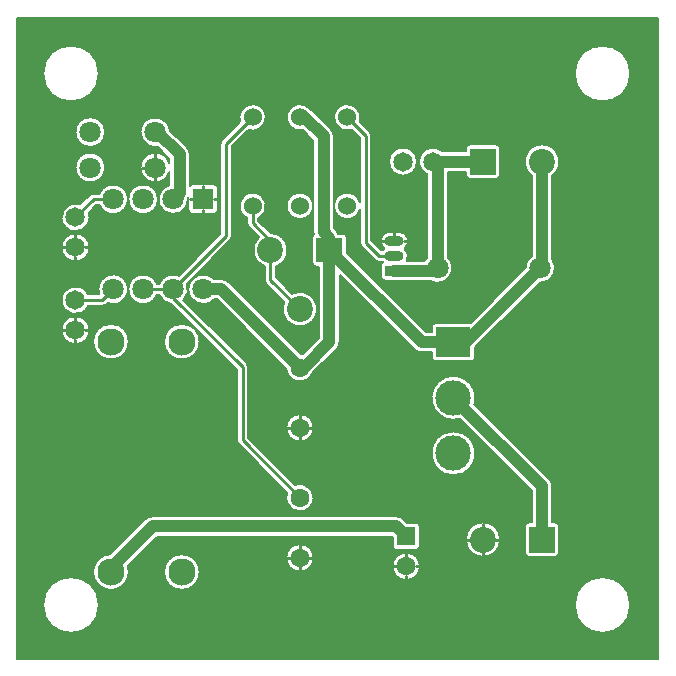
<source format=gtl>
G04 Layer: TopLayer*
G04 EasyEDA Pro v2.2.35.2, 2025-01-10 12:29:17*
G04 Gerber Generator version 0.3*
G04 Scale: 100 percent, Rotated: No, Reflected: No*
G04 Dimensions in millimeters*
G04 Leading zeros omitted, absolute positions, 4 integers and 5 decimals*
%FSLAX45Y45*%
%MOMM*%
%ADD10C,0.2032*%
%ADD11C,0.254*%
%ADD12C,1.0*%
%ADD13C,1.6*%
%ADD14C,1.65001*%
%ADD15C,1.8*%
%ADD16R,1.6018X1.6*%
%ADD17R,1.6X1.6*%
%ADD18C,1.651*%
%ADD19O,1.6X0.9*%
%ADD20R,1.6X0.9*%
%ADD21C,2.3*%
%ADD22R,2.99999X2.49999*%
%ADD23C,2.99999*%
%ADD24R,1.8X1.8*%
%ADD25R,2.2X2.2*%
%ADD26C,2.2*%
%ADD27R,2.2X2.2*%
%ADD28R,2.2X2.1*%
%ADD29C,1.524*%
G75*


G04 Copper Start*
G36*
G01X5464186Y5464186D02*
G01X5464186Y35814D01*
G01X35814Y35814D01*
G01X35814Y5464186D01*
G01X5464186Y5464186D01*
G37*
%LPC*%
G36*
G01X726314Y4990500D02*
G03X254686Y4990500I-235814J0D01*
G03X726314Y4990500I235814J0D01*
G37*
G36*
G01X726314Y490500D02*
G03X254686Y490500I-235814J0D01*
G03X726314Y490500I235814J0D01*
G37*
G36*
G01X444939Y3687839D02*
G03X639209Y3813500I83661J83661D01*
G01X702695Y3876986D01*
G01X731516Y3876986D01*
G03X973414Y3925500I116084J48514D01*
G03X731516Y3974014I-125814J0D01*
G01X682600Y3974014D01*
G03X648295Y3959804I0J-48514D01*
G01X570600Y3882109D01*
G03X444939Y3687839I-42000J-110609D01*
G37*
G36*
G01X755600Y3022986D02*
G03X789905Y3037196I0J48514D01*
G01X799821Y3047111D01*
G03X938178Y3250820I47779J116388D01*
G03X729540Y3120014I-90578J-87320D01*
G01X636511Y3120014D01*
G03X410285Y3071500I-107911J-48514D01*
G03X636511Y3022986I118314J0D01*
G01X755600Y3022986D01*
G37*
G36*
G01X528600Y3399185D02*
G03X528600Y3635814I0J118314D01*
G03X528600Y3399185I0J-118314D01*
G37*
G36*
G01X528600Y2699186D02*
G03X528600Y2935815I0J118314D01*
G03X528600Y2699186I0J-118314D01*
G37*
G36*
G01X527786Y4494500D02*
G03X779413Y4494500I125814J0D01*
G03X527786Y4494500I-125814J0D01*
G37*
G36*
G01X527786Y4194500D02*
G03X779413Y4194500I125814J0D01*
G03X527786Y4194500I-125814J0D01*
G37*
G36*
G01X828600Y2568691D02*
G03X828600Y2870318I0J150814D01*
G03X828600Y2568691I0J-150814D01*
G37*
G36*
G01X3212786Y1065954D02*
G01X3212786Y991500D01*
G03X3248600Y955686I35814J0D01*
G01X3408600Y955686D01*
G03X3444414Y991500I0J35814D01*
G01X3444414Y1151500D01*
G03X3408600Y1187314I-35814J0D01*
G01X3334145Y1187314D01*
G01X3305080Y1216380D01*
G03X3244400Y1241514I-60680J-60680D01*
G01X1181100Y1241514D01*
G03X1120420Y1216380I0J-85814D01*
G01X824288Y920248D01*
G03X744672Y644192I4312J-150752D01*
G03X969647Y822887I83928J125303D01*
G01X1216645Y1069886D01*
G01X3208855Y1069886D01*
G01X3212786Y1065954D01*
G37*
G36*
G01X1227414Y3925500D02*
G03X975786Y3925500I-125814J0D01*
G03X1227414Y3925500I125814J0D01*
G37*
G36*
G01X1894586Y1884000D02*
G03X1908795Y1849695I48514J0D01*
G01X2319934Y1438557D01*
G03X2510493Y1316607I108666J-40057D01*
G03X2388543Y1507166I-81893J81893D01*
G01X1991614Y1904095D01*
G01X1991614Y2501900D01*
G03X1977405Y2536205I-48514J0D01*
G01X1441776Y3071833D01*
G03X1478561Y3136859I-86176J91667D01*
G03X1471988Y3211279I-122961J26641D01*
G01X1837705Y3576995D01*
G03X1851914Y3611300I-34305J34305D01*
G01X1851914Y4374211D01*
G01X1991513Y4513809D01*
G03X2107806Y4698711I37087J105696D01*
G03X1922904Y4582419I-79206J-79206D01*
G01X1769095Y4428610D01*
G03X1754886Y4394306I34305J-34305D01*
G01X1754886Y3631395D01*
G01X1403379Y3279888D01*
G03X1239516Y3212014I-47779J-116388D01*
G01X1217684Y3212014D01*
G03X975786Y3163500I-116084J-48514D01*
G03X1217684Y3114986I125814J0D01*
G01X1239516Y3114986D01*
G03X1337378Y3039013I116084J48514D01*
G01X1894586Y2481805D01*
G01X1894586Y1884000D01*
G37*
G36*
G01X1281340Y3823939D02*
G03X1481235Y3932200I74260J101561D01*
G03X1483786Y3936295I-71535J47400D01*
G01X1483786Y3835500D01*
G03X1519600Y3799686I35814J0D01*
G01X1699600Y3799686D01*
G03X1735414Y3835500I0J35814D01*
G01X1735414Y4015500D01*
G03X1699600Y4051314I-35814J0D01*
G01X1519600Y4051314D01*
G03X1495514Y4042004I0J-35814D01*
G01X1495514Y4305300D01*
G03X1470380Y4365980I-85814J0D01*
G01X1328727Y4507632D01*
G03X1103759Y4571055I-125127J-13132D01*
G03X1223389Y4370252I99842J-76555D01*
G01X1323886Y4269755D01*
G01X1323886Y4231387D01*
G03X1077787Y4194500I-120285J-36886D01*
G03X1323886Y4157614I125814J0D01*
G01X1323886Y4047251D01*
G03X1281340Y3823939I31714J-121751D01*
G37*
G36*
G01X1428600Y618682D02*
G03X1428600Y920309I0J150814D01*
G03X1428600Y618682I0J-150814D01*
G37*
G36*
G01X1428600Y2568691D02*
G03X1428600Y2870318I0J150814D01*
G03X1428600Y2568691I0J-150814D01*
G37*
G36*
G01X2407063Y2384706D02*
G03X2534196Y2450937I21537J113794D01*
G01X2739279Y2656020D01*
G03X2764413Y2716699I-60680J60680D01*
G01X2764413Y3287326D01*
G01X3397918Y2653822D01*
G03X3458597Y2628688I60680J60680D01*
G01X3542786Y2628688D01*
G01X3542786Y2589502D01*
G03X3578600Y2553688I35814J0D01*
G01X3878600Y2553688D01*
G03X3914414Y2589502I0J35814D01*
G01X3914414Y2673954D01*
G01X4459222Y3218762D01*
G03X4564413Y3419772I4378J125738D01*
G01X4564413Y4126612D01*
G03X4478599Y4390314I-85814J117888D01*
G03X4392785Y4126612I0J-145814D01*
G01X4392785Y3448492D01*
G03X4337863Y3340122I70815J-103992D01*
G01X3873056Y2875315D01*
G01X3578600Y2875315D01*
G03X3542786Y2839501I0J-35814D01*
G01X3542786Y2800316D01*
G01X3494143Y2800316D01*
G01X2824413Y3470045D01*
G01X2824413Y3599499D01*
G03X2788599Y3635313I-35814J0D01*
G01X2754461Y3635313D01*
G03X2739279Y3655880I-75862J-40113D01*
G01X2714714Y3680445D01*
G01X2714714Y4457700D01*
G03X2689580Y4518380I-85814J0D01*
G01X2527774Y4680185D01*
G03X2515170Y4690589I-60680J-60680D01*
G03X2322421Y4655188I-86570J-71083D01*
G03X2454672Y4510568I106179J-35682D01*
G01X2543086Y4422155D01*
G01X2543086Y3644900D01*
G03X2545080Y3626508I85814J0D01*
G03X2532786Y3599499I23520J-27009D01*
G01X2532786Y3389500D01*
G03X2568600Y3353686I35814J0D01*
G01X2592785Y3353686D01*
G01X2592785Y2752245D01*
G01X2452386Y2611845D01*
G03X2434285Y2614174I-23786J-113345D01*
G01X1824280Y3224180D01*
G03X1763600Y3249314I-60680J-60680D01*
G01X1701606Y3249314D01*
G03X1483786Y3163500I-92006J-85814D01*
G03X1701606Y3077686I125814J0D01*
G01X1728055Y3077686D01*
G01X2312926Y2492815D01*
G03X2407063Y2384706I115674J5685D01*
G37*
G36*
G01X2130086Y3356993D02*
G01X2130086Y3244500D01*
G03X2144296Y3210195I48514J0D01*
G01X2297064Y3057428D01*
G03X2531706Y2891395I131536J-62927D01*
G03X2365673Y3126037I-103106J103106D01*
G01X2227114Y3264595D01*
G01X2227114Y3356993D01*
G03X2181423Y3640286I-48514J137507D01*
G01X2077114Y3744595D01*
G01X2077114Y3768531D01*
G03X2028600Y3981508I-48514J100963D01*
G03X1980086Y3768531I0J-112014D01*
G01X1980086Y3724500D01*
G03X1994295Y3690195I48514J0D01*
G01X2081347Y3603143D01*
G03X2130086Y3356993I97253J-108644D01*
G37*
G36*
G01X2428600Y2106314D02*
G03X2428600Y1874686I0J-115814D01*
G03X2428600Y2106314I0J115814D01*
G37*
G36*
G01X2428600Y1006314D02*
G03X2428600Y774686I0J-115814D01*
G03X2428600Y1006314I0J115814D01*
G37*
G36*
G01X2428600Y3757480D02*
G03X2428600Y3981508I0J112014D01*
G03X2428600Y3757480I0J-112014D01*
G37*
G36*
G01X2935986Y3558800D02*
G03X2950195Y3524496I48514J0D01*
G01X3064495Y3410196D01*
G03X3098800Y3395986I34305J34305D01*
G01X3128968Y3395986D01*
G03X3130833Y3393596I64632J48514D01*
G03X3112786Y3362500I17767J-31096D01*
G01X3112786Y3272500D01*
G03X3148600Y3236686I35814J0D01*
G01X3199736Y3236686D01*
G03X3228600Y3231686I28864J80814D01*
G01X3537903Y3231686D01*
G03X3697111Y3272984I55697J112814D01*
G03X3679414Y3436506I-103511J71516D01*
G01X3679414Y4158686D01*
G01X3832787Y4158686D01*
G01X3832787Y4134500D01*
G03X3868601Y4098686I35814J0D01*
G01X4088600Y4098686D01*
G03X4124414Y4134500I0J35814D01*
G01X4124414Y4354500D01*
G03X4088600Y4390314I-35814J0D01*
G01X3868601Y4390314D01*
G03X3832787Y4354500I0J-35814D01*
G01X3832787Y4330314D01*
G01X3637123Y4330314D01*
G03X3457102Y4310137I-81523J-85814D01*
G03X3507786Y4136223I98498J-65637D01*
G01X3507786Y3436506D01*
G03X3482379Y3403314I85814J-92006D01*
G01X3333131Y3403314D01*
G03X3313586Y3508000I-69531J41186D01*
G03X3263600Y3652314I-49986J63500D01*
G01X3193600Y3652314D01*
G03X3143614Y3508000I0J-80814D01*
G03X3128968Y3493014I49986J-63500D01*
G01X3118895Y3493014D01*
G01X3033014Y3578895D01*
G01X3033014Y4463606D01*
G03X3018805Y4497910I-48514J0D01*
G01X2934296Y4582419D01*
G03X2749394Y4698711I-105696J37087D01*
G03X2865687Y4513809I79206J-79206D01*
G01X2935986Y4443510D01*
G01X2935986Y3901359D01*
G03X2716586Y3869494I-107386J-31865D01*
G03X2935986Y3837630I112014J0D01*
G01X2935986Y3558800D01*
G37*
G36*
G01X3419964Y4244500D02*
G03X3183236Y4244500I-118364J0D01*
G03X3419964Y4244500I118364J0D01*
G37*
G36*
G01X3328600Y933314D02*
G03X3328600Y701686I0J-115814D01*
G03X3328600Y933314I0J115814D01*
G37*
G36*
G01X3728600Y1960312D02*
G03X3728600Y1588685I0J-185814D01*
G03X3728600Y1960312I0J185814D01*
G37*
G36*
G01X4392785Y1190314D02*
G01X4368600Y1190314D01*
G03X4332786Y1154500I0J-35814D01*
G01X4332786Y934500D01*
G03X4368600Y898686I35814J0D01*
G01X4588599Y898686D01*
G03X4624413Y934500I0J35814D01*
G01X4624413Y1154500D01*
G03X4588599Y1190314I-35814J0D01*
G01X4564413Y1190314D01*
G01X4564413Y1494501D01*
G03X4539279Y1555180I-85814J0D01*
G01X3905819Y2188641D01*
G03X3597210Y2375890I-177219J55859D01*
G03X3784459Y2067281I131390J-131390D01*
G01X4392785Y1458955D01*
G01X4392785Y1190314D01*
G37*
G36*
G01X4124414Y1044500D02*
G03X3832787Y1044500I-145814J0D01*
G03X4124414Y1044500I145814J0D01*
G37*
G36*
G01X5226314Y4990500D02*
G03X4754686Y4990500I-235814J0D01*
G03X5226314Y4990500I235814J0D01*
G37*
G36*
G01X5226314Y490500D02*
G03X4754686Y490500I-235814J0D01*
G03X5226314Y490500I235814J0D01*
G37*
%LPD*%
G54D10*
G01X5464186Y5464186D02*
G01X5464186Y35814D01*
G01X35814Y35814D01*
G01X35814Y5464186D01*
G01X5464186Y5464186D01*
G01X726314Y4990500D02*
G03X254686Y4990500I-235814J0D01*
G03X726314Y4990500I235814J0D01*
G01X726314Y490500D02*
G03X254686Y490500I-235814J0D01*
G03X726314Y490500I235814J0D01*
G01X444939Y3687839D02*
G03X639209Y3813500I83661J83661D01*
G01X702695Y3876986D01*
G01X731516Y3876986D01*
G03X973414Y3925500I116084J48514D01*
G03X731516Y3974014I-125814J0D01*
G01X682600Y3974014D01*
G03X648295Y3959804I0J-48514D01*
G01X570600Y3882109D01*
G03X444939Y3687839I-42000J-110609D01*
G01X755600Y3022986D02*
G03X789905Y3037196I0J48514D01*
G01X799821Y3047111D01*
G03X938178Y3250820I47779J116388D01*
G03X729540Y3120014I-90578J-87320D01*
G01X636511Y3120014D01*
G03X410285Y3071500I-107911J-48514D01*
G03X636511Y3022986I118314J0D01*
G01X755600Y3022986D01*
G01X528600Y3399185D02*
G03X528600Y3635814I0J118314D01*
G03X528600Y3399185I0J-118314D01*
G01X528600Y2699186D02*
G03X528600Y2935815I0J118314D01*
G03X528600Y2699186I0J-118314D01*
G01X527786Y4494500D02*
G03X779413Y4494500I125814J0D01*
G03X527786Y4494500I-125814J0D01*
G01X527786Y4194500D02*
G03X779413Y4194500I125814J0D01*
G03X527786Y4194500I-125814J0D01*
G01X828600Y2568691D02*
G03X828600Y2870318I0J150814D01*
G03X828600Y2568691I0J-150814D01*
G01X3212786Y1065954D02*
G01X3212786Y991500D01*
G03X3248600Y955686I35814J0D01*
G01X3408600Y955686D01*
G03X3444414Y991500I0J35814D01*
G01X3444414Y1151500D01*
G03X3408600Y1187314I-35814J0D01*
G01X3334145Y1187314D01*
G01X3305080Y1216380D01*
G03X3244400Y1241514I-60680J-60680D01*
G01X1181100Y1241514D01*
G03X1120420Y1216380I0J-85814D01*
G01X824288Y920248D01*
G03X744672Y644192I4312J-150752D01*
G03X969647Y822887I83928J125303D01*
G01X1216645Y1069886D01*
G01X3208855Y1069886D01*
G01X3212786Y1065954D01*
G01X1227414Y3925500D02*
G03X975786Y3925500I-125814J0D01*
G03X1227414Y3925500I125814J0D01*
G01X1894586Y1884000D02*
G03X1908795Y1849695I48514J0D01*
G01X2319934Y1438557D01*
G03X2510493Y1316607I108666J-40057D01*
G03X2388543Y1507166I-81893J81893D01*
G01X1991614Y1904095D01*
G01X1991614Y2501900D01*
G03X1977405Y2536205I-48514J0D01*
G01X1441776Y3071833D01*
G03X1478561Y3136859I-86176J91667D01*
G03X1471988Y3211279I-122961J26641D01*
G01X1837705Y3576995D01*
G03X1851914Y3611300I-34305J34305D01*
G01X1851914Y4374211D01*
G01X1991513Y4513809D01*
G03X2107806Y4698711I37087J105696D01*
G03X1922904Y4582419I-79206J-79206D01*
G01X1769095Y4428610D01*
G03X1754886Y4394306I34305J-34305D01*
G01X1754886Y3631395D01*
G01X1403379Y3279888D01*
G03X1239516Y3212014I-47779J-116388D01*
G01X1217684Y3212014D01*
G03X975786Y3163500I-116084J-48514D01*
G03X1217684Y3114986I125814J0D01*
G01X1239516Y3114986D01*
G03X1337378Y3039013I116084J48514D01*
G01X1894586Y2481805D01*
G01X1894586Y1884000D01*
G01X1281340Y3823939D02*
G03X1481235Y3932200I74260J101561D01*
G03X1483786Y3936295I-71535J47400D01*
G01X1483786Y3835500D01*
G03X1519600Y3799686I35814J0D01*
G01X1699600Y3799686D01*
G03X1735414Y3835500I0J35814D01*
G01X1735414Y4015500D01*
G03X1699600Y4051314I-35814J0D01*
G01X1519600Y4051314D01*
G03X1495514Y4042004I0J-35814D01*
G01X1495514Y4305300D01*
G03X1470380Y4365980I-85814J0D01*
G01X1328727Y4507632D01*
G03X1103759Y4571055I-125127J-13132D01*
G03X1223389Y4370252I99842J-76555D01*
G01X1323886Y4269755D01*
G01X1323886Y4231387D01*
G03X1077787Y4194500I-120285J-36886D01*
G03X1323886Y4157614I125814J0D01*
G01X1323886Y4047251D01*
G03X1281340Y3823939I31714J-121751D01*
G01X1428600Y618682D02*
G03X1428600Y920309I0J150814D01*
G03X1428600Y618682I0J-150814D01*
G01X1428600Y2568691D02*
G03X1428600Y2870318I0J150814D01*
G03X1428600Y2568691I0J-150814D01*
G01X2407063Y2384706D02*
G03X2534196Y2450937I21537J113794D01*
G01X2739279Y2656020D01*
G03X2764413Y2716699I-60680J60680D01*
G01X2764413Y3287326D01*
G01X3397918Y2653822D01*
G03X3458597Y2628688I60680J60680D01*
G01X3542786Y2628688D01*
G01X3542786Y2589502D01*
G03X3578600Y2553688I35814J0D01*
G01X3878600Y2553688D01*
G03X3914414Y2589502I0J35814D01*
G01X3914414Y2673954D01*
G01X4459222Y3218762D01*
G03X4564413Y3419772I4378J125738D01*
G01X4564413Y4126612D01*
G03X4478599Y4390314I-85814J117888D01*
G03X4392785Y4126612I0J-145814D01*
G01X4392785Y3448492D01*
G03X4337863Y3340122I70815J-103992D01*
G01X3873056Y2875315D01*
G01X3578600Y2875315D01*
G03X3542786Y2839501I0J-35814D01*
G01X3542786Y2800316D01*
G01X3494143Y2800316D01*
G01X2824413Y3470045D01*
G01X2824413Y3599499D01*
G03X2788599Y3635313I-35814J0D01*
G01X2754461Y3635313D01*
G03X2739279Y3655880I-75862J-40113D01*
G01X2714714Y3680445D01*
G01X2714714Y4457700D01*
G03X2689580Y4518380I-85814J0D01*
G01X2527774Y4680185D01*
G03X2515170Y4690589I-60680J-60680D01*
G03X2322421Y4655188I-86570J-71083D01*
G03X2454672Y4510568I106179J-35682D01*
G01X2543086Y4422155D01*
G01X2543086Y3644900D01*
G03X2545080Y3626508I85814J0D01*
G03X2532786Y3599499I23520J-27009D01*
G01X2532786Y3389500D01*
G03X2568600Y3353686I35814J0D01*
G01X2592785Y3353686D01*
G01X2592785Y2752245D01*
G01X2452386Y2611845D01*
G03X2434285Y2614174I-23786J-113345D01*
G01X1824280Y3224180D01*
G03X1763600Y3249314I-60680J-60680D01*
G01X1701606Y3249314D01*
G03X1483786Y3163500I-92006J-85814D01*
G03X1701606Y3077686I125814J0D01*
G01X1728055Y3077686D01*
G01X2312926Y2492815D01*
G03X2407063Y2384706I115674J5685D01*
G01X2130086Y3356993D02*
G01X2130086Y3244500D01*
G03X2144296Y3210195I48514J0D01*
G01X2297064Y3057428D01*
G03X2531706Y2891395I131536J-62927D01*
G03X2365673Y3126037I-103106J103106D01*
G01X2227114Y3264595D01*
G01X2227114Y3356993D01*
G03X2181423Y3640286I-48514J137507D01*
G01X2077114Y3744595D01*
G01X2077114Y3768531D01*
G03X2028600Y3981508I-48514J100963D01*
G03X1980086Y3768531I0J-112014D01*
G01X1980086Y3724500D01*
G03X1994295Y3690195I48514J0D01*
G01X2081347Y3603143D01*
G03X2130086Y3356993I97253J-108644D01*
G01X2428600Y2106314D02*
G03X2428600Y1874686I0J-115814D01*
G03X2428600Y2106314I0J115814D01*
G01X2428600Y1006314D02*
G03X2428600Y774686I0J-115814D01*
G03X2428600Y1006314I0J115814D01*
G01X2428600Y3757480D02*
G03X2428600Y3981508I0J112014D01*
G03X2428600Y3757480I0J-112014D01*
G01X2935986Y3558800D02*
G03X2950195Y3524496I48514J0D01*
G01X3064495Y3410196D01*
G03X3098800Y3395986I34305J34305D01*
G01X3128968Y3395986D01*
G03X3130833Y3393596I64632J48514D01*
G03X3112786Y3362500I17767J-31096D01*
G01X3112786Y3272500D01*
G03X3148600Y3236686I35814J0D01*
G01X3199736Y3236686D01*
G03X3228600Y3231686I28864J80814D01*
G01X3537903Y3231686D01*
G03X3697111Y3272984I55697J112814D01*
G03X3679414Y3436506I-103511J71516D01*
G01X3679414Y4158686D01*
G01X3832787Y4158686D01*
G01X3832787Y4134500D01*
G03X3868601Y4098686I35814J0D01*
G01X4088600Y4098686D01*
G03X4124414Y4134500I0J35814D01*
G01X4124414Y4354500D01*
G03X4088600Y4390314I-35814J0D01*
G01X3868601Y4390314D01*
G03X3832787Y4354500I0J-35814D01*
G01X3832787Y4330314D01*
G01X3637123Y4330314D01*
G03X3457102Y4310137I-81523J-85814D01*
G03X3507786Y4136223I98498J-65637D01*
G01X3507786Y3436506D01*
G03X3482379Y3403314I85814J-92006D01*
G01X3333131Y3403314D01*
G03X3313586Y3508000I-69531J41186D01*
G03X3263600Y3652314I-49986J63500D01*
G01X3193600Y3652314D01*
G03X3143614Y3508000I0J-80814D01*
G03X3128968Y3493014I49986J-63500D01*
G01X3118895Y3493014D01*
G01X3033014Y3578895D01*
G01X3033014Y4463606D01*
G03X3018805Y4497910I-48514J0D01*
G01X2934296Y4582419D01*
G03X2749394Y4698711I-105696J37087D01*
G03X2865687Y4513809I79206J-79206D01*
G01X2935986Y4443510D01*
G01X2935986Y3901359D01*
G03X2716586Y3869494I-107386J-31865D01*
G03X2935986Y3837630I112014J0D01*
G01X2935986Y3558800D01*
G01X3419964Y4244500D02*
G03X3183236Y4244500I-118364J0D01*
G03X3419964Y4244500I118364J0D01*
G01X3328600Y933314D02*
G03X3328600Y701686I0J-115814D01*
G03X3328600Y933314I0J115814D01*
G01X3728600Y1960312D02*
G03X3728600Y1588685I0J-185814D01*
G03X3728600Y1960312I0J185814D01*
G01X4392785Y1190314D02*
G01X4368600Y1190314D01*
G03X4332786Y1154500I0J-35814D01*
G01X4332786Y934500D01*
G03X4368600Y898686I35814J0D01*
G01X4588599Y898686D01*
G03X4624413Y934500I0J35814D01*
G01X4624413Y1154500D01*
G03X4588599Y1190314I-35814J0D01*
G01X4564413Y1190314D01*
G01X4564413Y1494501D01*
G03X4539279Y1555180I-85814J0D01*
G01X3905819Y2188641D01*
G03X3597210Y2375890I-177219J55859D01*
G03X3784459Y2067281I131390J-131390D01*
G01X4392785Y1458955D01*
G01X4392785Y1190314D01*
G01X4124414Y1044500D02*
G03X3832787Y1044500I-145814J0D01*
G03X4124414Y1044500I145814J0D01*
G01X5226314Y4990500D02*
G03X4754686Y4990500I-235814J0D01*
G03X5226314Y4990500I235814J0D01*
G01X5226314Y490500D02*
G03X4754686Y490500I-235814J0D01*
G03X5226314Y490500I235814J0D01*
G54D11*
G01X528600Y2735254D02*
G01X528600Y2709346D01*
G01X528600Y2899747D02*
G01X528600Y2925655D01*
G01X446353Y2817500D02*
G01X420445Y2817500D01*
G01X610846Y2817500D02*
G01X636754Y2817500D01*
G01X528600Y3435253D02*
G01X528600Y3409345D01*
G01X528600Y3599746D02*
G01X528600Y3625654D01*
G01X446353Y3517500D02*
G01X420445Y3517500D01*
G01X610846Y3517500D02*
G01X636754Y3517500D01*
G01X1113855Y4194500D02*
G01X1087947Y4194500D01*
G01X1203601Y4284246D02*
G01X1203601Y4310154D01*
G01X1203601Y4104755D02*
G01X1203601Y4078847D01*
G01X1699346Y3925500D02*
G01X1725254Y3925500D01*
G01X1519854Y3925500D02*
G01X1493946Y3925500D01*
G01X1609600Y3835754D02*
G01X1609600Y3809846D01*
G01X1609600Y4015246D02*
G01X1609600Y4041154D01*
G01X2428600Y970246D02*
G01X2428600Y996154D01*
G01X2428600Y810754D02*
G01X2428600Y784846D01*
G01X2508346Y890500D02*
G01X2534254Y890500D01*
G01X2348854Y890500D02*
G01X2322946Y890500D01*
G01X2428600Y2070246D02*
G01X2428600Y2096154D01*
G01X2428600Y1910754D02*
G01X2428600Y1884846D01*
G01X2508346Y1990500D02*
G01X2534254Y1990500D01*
G01X2348854Y1990500D02*
G01X2322946Y1990500D01*
G01X3228600Y3616246D02*
G01X3228600Y3642154D01*
G01X3148854Y3571500D02*
G01X3122946Y3571500D01*
G01X3308346Y3571500D02*
G01X3334254Y3571500D01*
G01X3328600Y897246D02*
G01X3328600Y923154D01*
G01X3328600Y737754D02*
G01X3328600Y711846D01*
G01X3408346Y817500D02*
G01X3434254Y817500D01*
G01X3248854Y817500D02*
G01X3222946Y817500D01*
G01X4088346Y1044500D02*
G01X4114254Y1044500D01*
G01X3868855Y1044500D02*
G01X3842947Y1044500D01*
G01X3978600Y934754D02*
G01X3978600Y908846D01*
G01X3978600Y1154246D02*
G01X3978600Y1180154D01*
G04 Copper End*

G04 PolygonModel Start*
G54D12*
G01X1355600Y3925500D02*
G01X1409700Y3979600D01*
G01X1409700Y4305300D01*
G01X1220500Y4494500D01*
G01X1203601Y4494500D01*

G04 Pad Start*
G54D13*
G01X2428600Y2498500D03*
G01X2428600Y1990500D03*
G01X2428600Y1398500D03*
G01X2428600Y890500D03*
G54D14*
G01X528600Y3517500D03*
G01X528600Y3771500D03*
G01X528600Y2817500D03*
G01X528600Y3071500D03*
G54D15*
G01X4463600Y3344500D03*
G01X3593600Y3344500D03*
G54D17*
G01X3328600Y1071500D03*
G54D13*
G01X3328600Y817500D03*
G54D18*
G01X3301600Y4244500D03*
G01X3555600Y4244500D03*
G54D19*
G01X3228600Y3571500D03*
G01X3228600Y3444500D03*
G54D20*
G01X3228600Y3317500D03*
G54D21*
G01X828600Y769496D03*
G01X828600Y2719504D03*
G01X1428600Y769496D03*
G01X1428600Y2719504D03*
G54D22*
G01X3728600Y2714502D03*
G54D23*
G01X3728600Y2244500D03*
G01X3728600Y1774498D03*
G54D15*
G01X653599Y4494500D03*
G01X1203601Y4494500D03*
G01X653599Y4194500D03*
G01X1203601Y4194500D03*
G54D24*
G01X1609600Y3925500D03*
G54D15*
G01X1355600Y3925500D03*
G01X1101600Y3925500D03*
G01X847600Y3925500D03*
G01X847600Y3163500D03*
G01X1101600Y3163500D03*
G01X1355600Y3163500D03*
G01X1609600Y3163500D03*
G54D25*
G01X4478599Y1044500D03*
G54D26*
G01X3978600Y1044500D03*
G54D27*
G01X3978600Y4244500D03*
G54D26*
G01X4478599Y4244500D03*
G54D28*
G01X2678599Y3494499D03*
G54D26*
G01X2178600Y3494499D03*
G01X2428600Y2994500D03*
G54D29*
G01X2028600Y4619506D03*
G01X2028600Y3869494D03*
G01X2428600Y3869494D03*
G01X2428600Y4619506D03*
G01X2828600Y3869494D03*
G01X2828600Y4619506D03*
G04 Pad End*

G04 Track Start*
G54D12*
G01X4478599Y1044500D02*
G01X4478599Y1494501D01*
G01X3728600Y2244500D01*
G01X4478599Y4244500D02*
G01X4478599Y3359499D01*
G01X3593600Y3344500D02*
G01X3593600Y4206500D01*
G01X3555600Y4244500D01*
G01X3978600Y4244500D01*
G01X3728600Y2714502D02*
G01X3833602Y2714502D01*
G01X4463600Y3344500D01*
G01X2428600Y2498500D02*
G01X1763600Y3163500D01*
G01X1609600Y3163500D01*
G01X2678599Y3494499D02*
G01X3458597Y2714502D01*
G01X3728600Y2714502D01*
G01X2678599Y3494499D02*
G01X2678599Y2716699D01*
G01X2460400Y2498500D02*
G01X2428600Y2498500D01*
G01X2678599Y2716699D02*
G01X2460400Y2498500D01*
G01X3228600Y3317500D02*
G01X3566600Y3317500D01*
G01X3593600Y3344500D01*
G54D11*
G01X3228600Y3444500D02*
G01X3098800Y3444500D01*
G01X2984500Y3558800D01*
G01X2984500Y4463606D02*
G01X2828600Y4619506D01*
G01X2984500Y3558800D02*
G01X2984500Y4463606D01*
G01X528600Y3071500D02*
G01X755600Y3071500D01*
G01X847600Y3163500D01*
G01X528600Y3771500D02*
G01X682600Y3925500D01*
G01X847600Y3925500D01*
G01X1355600Y3163500D02*
G01X1803400Y3611300D01*
G01X1803400Y4394306D02*
G01X2028600Y4619506D01*
G01X1803400Y3611300D02*
G01X1803400Y4394306D01*
G01X2428600Y2994500D02*
G01X2178600Y3244500D01*
G01X2178600Y3494499D01*
G01X2178600Y3574500D01*
G01X2028600Y3724500D02*
G01X2028600Y3869494D01*
G01X2178600Y3574500D02*
G01X2028600Y3724500D01*
G01X1355600Y3163500D02*
G01X1101600Y3163500D01*
G01X2428600Y1398500D02*
G01X1943100Y1884000D01*
G01X1943100Y2501900D01*
G01X1355600Y3089400D01*
G01X1355600Y3163500D01*
G54D12*
G01X3328600Y1071500D02*
G01X3244400Y1155700D01*
G01X1181100Y1155700D01*
G01X828600Y803200D01*
G01X828600Y769496D01*
G01X2467094Y4619506D02*
G01X2428600Y4619506D01*
G01X2678599Y3494499D02*
G01X2678599Y3595201D01*
G01X2628900Y3644900D01*
G01X2628900Y4457700D01*
G01X2467094Y4619506D01*
G04 Track End*

M02*


</source>
